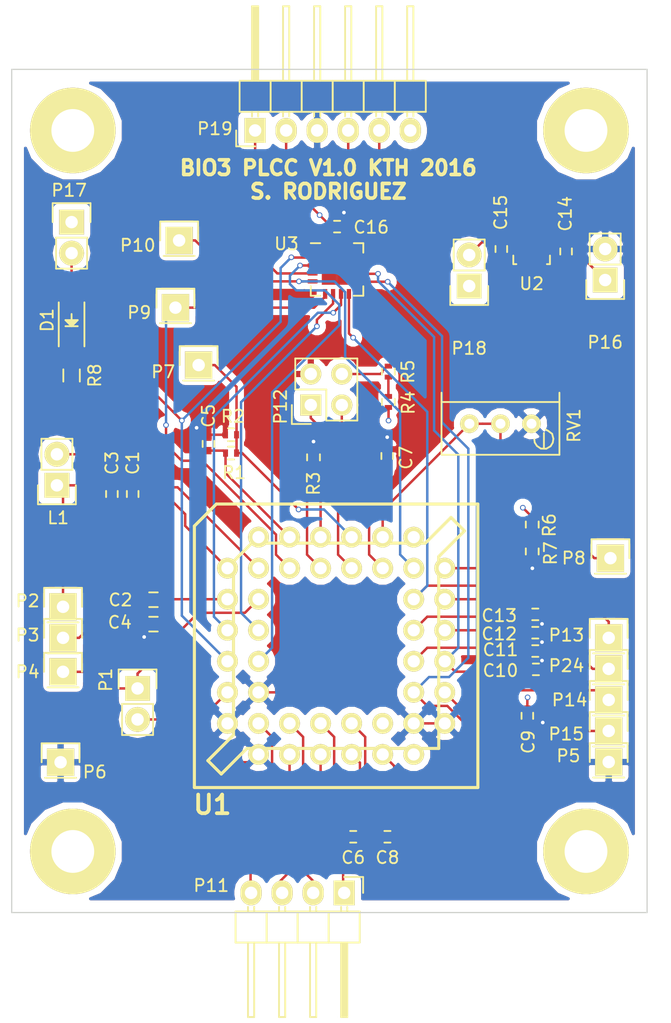
<source format=kicad_pcb>
(kicad_pcb (version 4) (host pcbnew 4.0.4+e1-6308~48~ubuntu16.04.1-stable)
  (layers (0 F.Cu signal) (1 In1.Cu signal) (2 In2.Cu signal) (31 B.Cu signal) (35 F.Paste user) (37 F.SilkS user) (39 F.Mask user) (44 Edge.Cuts user))
  (net 0 "")
  (net 1 /COIL_P)
  (net 2 /COIL_N)
  (net 3 /VD_UNREG)
  (net 4 GND)
  (net 5 /VD_REG)
  (net 6 "Net-(C5-Pad2)")
  (net 7 "Net-(C6-Pad1)")
  (net 8 "Net-(C6-Pad2)")
  (net 9 "Net-(C7-Pad1)")
  (net 10 "Net-(C8-Pad1)")
  (net 11 "Net-(C8-Pad2)")
  (net 12 +1V8)
  (net 13 "Net-(C10-Pad1)")
  (net 14 "Net-(C11-Pad1)")
  (net 15 "Net-(C12-Pad1)")
  (net 16 "Net-(C13-Pad1)")
  (net 17 "Net-(C14-Pad1)")
  (net 18 "Net-(C15-Pad1)")
  (net 19 "Net-(D1-Pad2)")
  (net 20 "Net-(D1-Pad1)")
  (net 21 /DEMOD_IN)
  (net 22 /VCOMP)
  (net 23 /TX_DATA)
  (net 24 /RX_DATA)
  (net 25 "Net-(P11-Pad1)")
  (net 26 "Net-(P11-Pad2)")
  (net 27 "Net-(P11-Pad3)")
  (net 28 "Net-(P11-Pad4)")
  (net 29 "Net-(P12-Pad1)")
  (net 30 "Net-(P12-Pad3)")
  (net 31 "Net-(P12-Pad4)")
  (net 32 /VREF_SE)
  (net 33 /VOUTP)
  (net 34 /VOUTN)
  (net 35 /MCLR)
  (net 36 /PGD)
  (net 37 /PGC)
  (net 38 "Net-(P19-Pad6)")
  (net 39 "Net-(P20-Pad1)")
  (net 40 "Net-(P21-Pad1)")
  (net 41 "Net-(P22-Pad1)")
  (net 42 "Net-(P23-Pad1)")
  (net 43 "Net-(R3-Pad2)")
  (net 44 "Net-(R4-Pad2)")
  (net 45 /RESET_BIO)
  (net 46 "Net-(U1-Pad6)")
  (net 47 /CFG_DAT)
  (net 48 /CFG_CLK)
  (net 49 /CLK_REF)
  (net 50 "Net-(U1-Pad27)")
  (net 51 "Net-(U1-Pad28)")
  (net 52 /VOUT_SE)
  (net 53 "Net-(U1-Pad40)")
  (net 54 "Net-(U3-Pad14)")
  (net 55 "Net-(U3-Pad15)")
  (module Capacitors_SMD:C_0402 (layer F.Cu) (at 127.63 62.87)
    (fp_text reference C16 (at 2.79 0.05) (layer F.SilkS))
    (fp_text value 0.1U)
    (pad 1 smd rect (at -0.55 0) (size 0.6 0.5) (layers F.Cu F.Paste F.Mask) (net 12 +1V8))
    (pad 2 smd rect (at 0.55 0) (size 0.6 0.5) (layers F.Cu F.Paste F.Mask) (net 4 GND))
  )
  (module Capacitors_SMD:C_0402 (layer F.Cu) (at 110.9 84.75 90)
    (fp_text reference C1 (at 2.54 0 90) (layer F.SilkS))
    (fp_text value 120p)
    (pad 1 smd rect (at -0.55 0 90) (size 0.6 0.5) (layers F.Cu F.Paste F.Mask) (net 1 /COIL_P))
    (pad 2 smd rect (at 0.55 0 90) (size 0.6 0.5) (layers F.Cu F.Paste F.Mask) (net 2 /COIL_N))
  )
  (module Capacitors_SMD:C_0603 (layer F.Cu) (at 112.6 93.4 180)
    (fp_text reference C2 (at 2.7 -0.02 180) (layer F.SilkS))
    (fp_text value 20u)
    (pad 1 smd rect (at -0.75 0 180) (size 0.8 0.75) (layers F.Cu F.Paste F.Mask) (net 3 /VD_UNREG))
    (pad 2 smd rect (at 0.75 0 180) (size 0.8 0.75) (layers F.Cu F.Paste F.Mask) (net 4 GND))
  )
  (module Capacitors_SMD:C_0402 (layer F.Cu) (at 109.2 84.75 90)
    (fp_text reference C3 (at 2.54 0 90) (layer F.SilkS))
    (fp_text value 68p)
    (pad 1 smd rect (at -0.55 0 90) (size 0.6 0.5) (layers F.Cu F.Paste F.Mask) (net 1 /COIL_P))
    (pad 2 smd rect (at 0.55 0 90) (size 0.6 0.5) (layers F.Cu F.Paste F.Mask) (net 2 /COIL_N))
  )
  (module Capacitors_SMD:C_0603 (layer F.Cu) (at 112.6 95.4 180)
    (fp_text reference C4 (at 2.754 0.144 180) (layer F.SilkS))
    (fp_text value 20u)
    (pad 1 smd rect (at -0.75 0 180) (size 0.8 0.75) (layers F.Cu F.Paste F.Mask) (net 5 /VD_REG))
    (pad 2 smd rect (at 0.75 0 180) (size 0.8 0.75) (layers F.Cu F.Paste F.Mask) (net 4 GND))
  )
  (module Capacitors_SMD:C_0402 (layer F.Cu) (at 117.1 80.65 270)
    (fp_text reference C5 (at -2.3 0 270) (layer F.SilkS))
    (fp_text value 10p)
    (pad 1 smd rect (at -0.55 0 270) (size 0.6 0.5) (layers F.Cu F.Paste F.Mask) (net 4 GND))
    (pad 2 smd rect (at 0.55 0 270) (size 0.6 0.5) (layers F.Cu F.Paste F.Mask) (net 6 "Net-(C5-Pad2)"))
  )
  (module Capacitors_SMD:C_0402 (layer F.Cu) (at 128.95 112.8 180)
    (fp_text reference C6 (at 0 -1.7 180) (layer F.SilkS))
    (fp_text value 1.5n)
    (pad 1 smd rect (at -0.55 0 180) (size 0.6 0.5) (layers F.Cu F.Paste F.Mask) (net 7 "Net-(C6-Pad1)"))
    (pad 2 smd rect (at 0.55 0 180) (size 0.6 0.5) (layers F.Cu F.Paste F.Mask) (net 8 "Net-(C6-Pad2)"))
  )
  (module Capacitors_SMD:C_0402 (layer F.Cu) (at 131.73 81.64 90)
    (fp_text reference C7 (at -0.14 1.54 90) (layer F.SilkS))
    (fp_text value 50n)
    (pad 1 smd rect (at -0.55 0 90) (size 0.6 0.5) (layers F.Cu F.Paste F.Mask) (net 9 "Net-(C7-Pad1)"))
    (pad 2 smd rect (at 0.55 0 90) (size 0.6 0.5) (layers F.Cu F.Paste F.Mask) (net 4 GND))
  )
  (module Capacitors_SMD:C_0402 (layer F.Cu) (at 131.75 112.8 180)
    (fp_text reference C8 (at 0 -1.7 180) (layer F.SilkS))
    (fp_text value 1.5n)
    (pad 1 smd rect (at -0.55 0 180) (size 0.6 0.5) (layers F.Cu F.Paste F.Mask) (net 10 "Net-(C8-Pad1)"))
    (pad 2 smd rect (at 0.55 0 180) (size 0.6 0.5) (layers F.Cu F.Paste F.Mask) (net 11 "Net-(C8-Pad2)"))
  )
  (module Capacitors_SMD:C_0402 (layer F.Cu) (at 143.2 102.9 270)
    (fp_text reference C9 (at 2.14 -0.07 270) (layer F.SilkS))
    (fp_text value 0.1U)
    (pad 1 smd rect (at -0.55 0 270) (size 0.6 0.5) (layers F.Cu F.Paste F.Mask) (net 12 +1V8))
    (pad 2 smd rect (at 0.55 0 270) (size 0.6 0.5) (layers F.Cu F.Paste F.Mask) (net 4 GND))
  )
  (module Capacitors_SMD:C_0402 (layer F.Cu) (at 143.9 99.1)
    (fp_text reference C10 (at -2.9 0.1) (layer F.SilkS))
    (fp_text value 470p)
    (pad 1 smd rect (at -0.55 0) (size 0.6 0.5) (layers F.Cu F.Paste F.Mask) (net 13 "Net-(C10-Pad1)"))
    (pad 2 smd rect (at 0.55 0) (size 0.6 0.5) (layers F.Cu F.Paste F.Mask) (net 4 GND))
  )
  (module Capacitors_SMD:C_0402 (layer F.Cu) (at 143.85 97.6)
    (fp_text reference C11 (at -2.85 -0.1) (layer F.SilkS))
    (fp_text value 470p)
    (pad 1 smd rect (at -0.55 0) (size 0.6 0.5) (layers F.Cu F.Paste F.Mask) (net 14 "Net-(C11-Pad1)"))
    (pad 2 smd rect (at 0.55 0) (size 0.6 0.5) (layers F.Cu F.Paste F.Mask) (net 4 GND))
  )
  (module Capacitors_SMD:C_0402 (layer F.Cu) (at 143.85 96.1)
    (fp_text reference C12 (at -2.95 0.1) (layer F.SilkS))
    (fp_text value 470p)
    (pad 1 smd rect (at -0.55 0) (size 0.6 0.5) (layers F.Cu F.Paste F.Mask) (net 15 "Net-(C12-Pad1)"))
    (pad 2 smd rect (at 0.55 0) (size 0.6 0.5) (layers F.Cu F.Paste F.Mask) (net 4 GND))
  )
  (module Capacitors_SMD:C_0402 (layer F.Cu) (at 143.85 94.6)
    (fp_text reference C13 (at -2.95 0.1) (layer F.SilkS))
    (fp_text value 470p)
    (pad 1 smd rect (at -0.55 0) (size 0.6 0.5) (layers F.Cu F.Paste F.Mask) (net 16 "Net-(C13-Pad1)"))
    (pad 2 smd rect (at 0.55 0) (size 0.6 0.5) (layers F.Cu F.Paste F.Mask) (net 4 GND))
  )
  (module Capacitors_SMD:C_0402 (layer F.Cu) (at 146.369903 64.901733 90)
    (fp_text reference C14 (at 3.081733 -0.059903 90) (layer F.SilkS))
    (fp_text value 1u)
    (pad 1 smd rect (at -0.55 0 90) (size 0.6 0.5) (layers F.Cu F.Paste F.Mask) (net 17 "Net-(C14-Pad1)"))
    (pad 2 smd rect (at 0.55 0 90) (size 0.6 0.5) (layers F.Cu F.Paste F.Mask) (net 4 GND))
  )
  (module Capacitors_SMD:C_0402 (layer F.Cu) (at 141.069903 64.701733 270)
    (fp_text reference C15 (at -2.991733 0.049903 270) (layer F.SilkS))
    (fp_text value 1u)
    (pad 1 smd rect (at -0.55 0 270) (size 0.6 0.5) (layers F.Cu F.Paste F.Mask) (net 18 "Net-(C15-Pad1)"))
    (pad 2 smd rect (at 0.55 0 270) (size 0.6 0.5) (layers F.Cu F.Paste F.Mask) (net 4 GND))
  )
  (module LEDs:LED_1206 (layer F.Cu) (at 105.9 70.51986 90)
    (fp_text reference D1 (at 0 -2 90) (layer F.SilkS))
    (fp_text value LED)
    (pad 2 smd rect (at 1.41986 0 270) (size 1.59766 1.80086) (layers F.Cu F.Paste F.Mask) (net 19 "Net-(D1-Pad2)"))
    (pad 1 smd rect (at -1.41986 0 270) (size 1.59766 1.80086) (layers F.Cu F.Paste F.Mask) (net 20 "Net-(D1-Pad1)"))
  )
  (module Socket_Strips:Socket_Strip_Straight_1x02 (layer F.Cu) (at 104.7 84.04 90)
    (fp_text reference L1 (at -2.66 0.1 360) (layer F.SilkS))
    (fp_text value 1.3n)
    (pad 1 thru_hole rect (at 0 0 90) (size 2.032 2.032) (drill 1.016) (layers *.Cu *.Mask F.SilkS) (net 1 /COIL_P))
    (pad 2 thru_hole oval (at 2.54 0 90) (size 2.032 2.032) (drill 1.016) (layers *.Cu *.Mask F.SilkS) (net 2 /COIL_N))
  )
  (module Pin_Headers:Pin_Header_Straight_1x02 (layer F.Cu) (at 111.3 100.66)
    (fp_text reference P1 (at -2.6 -0.7 90) (layer F.SilkS))
    (fp_text value CONN_01X02)
    (pad 1 thru_hole rect (at 0 0) (size 2.032 2.032) (drill 1.016) (layers *.Cu *.Mask F.SilkS) (net 5 /VD_REG))
    (pad 2 thru_hole oval (at 0 2.54) (size 2.032 2.032) (drill 1.016) (layers *.Cu *.Mask F.SilkS) (net 12 +1V8))
  )
  (module Pin_Headers:Pin_Header_Straight_1x01 (layer F.Cu) (at 105.2 93.98)
    (fp_text reference P2 (at -2.9 -0.48) (layer F.SilkS))
    (fp_text value CONN_01X01)
    (pad 1 thru_hole rect (at 0 0) (size 2.2352 2.2352) (drill 1.016) (layers *.Cu *.Mask F.SilkS) (net 1 /COIL_P))
  )
  (module Pin_Headers:Pin_Header_Straight_1x01 (layer F.Cu) (at 105.2 96.52)
    (fp_text reference P3 (at -2.9 -0.22) (layer F.SilkS))
    (fp_text value CONN_01X01)
    (pad 1 thru_hole rect (at 0 0) (size 2.2352 2.2352) (drill 1.016) (layers *.Cu *.Mask F.SilkS) (net 3 /VD_UNREG))
  )
  (module Pin_Headers:Pin_Header_Straight_1x01 (layer F.Cu) (at 105.2 99.3)
    (fp_text reference P4 (at -2.9 0) (layer F.SilkS))
    (fp_text value CONN_01X01)
    (pad 1 thru_hole rect (at 0 0) (size 2.2352 2.2352) (drill 1.016) (layers *.Cu *.Mask F.SilkS) (net 5 /VD_REG))
  )
  (module Pin_Headers:Pin_Header_Straight_1x01 (layer F.Cu) (at 149.86 106.68)
    (fp_text reference P5 (at -3.3 -0.5) (layer F.SilkS))
    (fp_text value CONN_01X01)
    (pad 1 thru_hole rect (at 0 0) (size 2.2352 2.2352) (drill 1.016) (layers *.Cu *.Mask F.SilkS) (net 4 GND))
  )
  (module Pin_Headers:Pin_Header_Straight_1x01 (layer F.Cu) (at 105 106.7)
    (fp_text reference P6 (at 2.8 0.8) (layer F.SilkS))
    (fp_text value CONN_01X01)
    (pad 1 thru_hole rect (at 0 0) (size 2.2352 2.2352) (drill 1.016) (layers *.Cu *.Mask F.SilkS) (net 4 GND))
  )
  (module Pin_Headers:Pin_Header_Straight_1x01 (layer F.Cu) (at 116.3 74.2)
    (fp_text reference P7 (at -2.903333 0.555) (layer F.SilkS))
    (fp_text value CONN_01X01)
    (pad 1 thru_hole rect (at 0 0) (size 2.2352 2.2352) (drill 1.016) (layers *.Cu *.Mask F.SilkS) (net 21 /DEMOD_IN))
  )
  (module Pin_Headers:Pin_Header_Straight_1x01 (layer F.Cu) (at 150 90)
    (fp_text reference P8 (at -3 0) (layer F.SilkS))
    (fp_text value CONN_01X01)
    (pad 1 thru_hole rect (at 0 0) (size 2.2352 2.2352) (drill 1.016) (layers *.Cu *.Mask F.SilkS) (net 22 /VCOMP))
  )
  (module Pin_Headers:Pin_Header_Straight_1x01 (layer F.Cu) (at 114.4 69.5)
    (fp_text reference P9 (at -2.963333 0.405) (layer F.SilkS))
    (fp_text value CONN_01X01)
    (pad 1 thru_hole rect (at 0 0) (size 2.2352 2.2352) (drill 1.016) (layers *.Cu *.Mask F.SilkS) (net 23 /TX_DATA))
  )
  (module Pin_Headers:Pin_Header_Straight_1x01 (layer F.Cu) (at 114.7 64)
    (fp_text reference P10 (at -3.383333 0.405) (layer F.SilkS))
    (fp_text value CONN_01X01)
    (pad 1 thru_hole rect (at 0 0) (size 2.2352 2.2352) (drill 1.016) (layers *.Cu *.Mask F.SilkS) (net 24 /RX_DATA))
  )
  (module Pin_Headers:Pin_Header_Angled_1x04 (layer F.Cu) (at 128.21 117.39 270)
    (fp_text reference P11 (at -0.6 10.88 360) (layer F.SilkS))
    (fp_text value CONN_01X04)
    (pad 1 thru_hole rect (at 0 0 270) (size 2.032 1.7272) (drill 1.016) (layers *.Cu *.Mask F.SilkS) (net 25 "Net-(P11-Pad1)"))
    (pad 2 thru_hole oval (at 0 2.54 270) (size 2.032 1.7272) (drill 1.016) (layers *.Cu *.Mask F.SilkS) (net 26 "Net-(P11-Pad2)"))
    (pad 3 thru_hole oval (at 0 5.08 270) (size 2.032 1.7272) (drill 1.016) (layers *.Cu *.Mask F.SilkS) (net 27 "Net-(P11-Pad3)"))
    (pad 4 thru_hole oval (at 0 7.62 270) (size 2.032 1.7272) (drill 1.016) (layers *.Cu *.Mask F.SilkS) (net 28 "Net-(P11-Pad4)"))
  )
  (module Pin_Headers:Pin_Header_Straight_2x02 (layer F.Cu) (at 125.476 77.47 90)
    (fp_text reference P12 (at -0.13 -2.476 90) (layer F.SilkS))
    (fp_text value CONN_02X02)
    (pad 1 thru_hole rect (at 0 0 90) (size 1.7272 1.7272) (drill 1.016) (layers *.Cu *.Mask F.SilkS) (net 29 "Net-(P12-Pad1)"))
    (pad 2 thru_hole oval (at 2.54 0 90) (size 1.7272 1.7272) (drill 1.016) (layers *.Cu *.Mask F.SilkS) (net 4 GND))
    (pad 3 thru_hole oval (at 0 2.54 90) (size 1.7272 1.7272) (drill 1.016) (layers *.Cu *.Mask F.SilkS) (net 30 "Net-(P12-Pad3)"))
    (pad 4 thru_hole oval (at 2.54 2.54 90) (size 1.7272 1.7272) (drill 1.016) (layers *.Cu *.Mask F.SilkS) (net 31 "Net-(P12-Pad4)"))
  )
  (module Pin_Headers:Pin_Header_Straight_1x01 (layer F.Cu) (at 149.86 96.52)
    (fp_text reference P13 (at -3.46 -0.22) (layer F.SilkS))
    (fp_text value CONN_01X01)
    (pad 1 thru_hole rect (at 0 0) (size 2.2352 2.2352) (drill 1.016) (layers *.Cu *.Mask F.SilkS) (net 32 /VREF_SE))
  )
  (module Pin_Headers:Pin_Header_Straight_1x01 (layer F.Cu) (at 149.86 101.6)
    (fp_text reference P14 (at -3.203333 0.005) (layer F.SilkS))
    (fp_text value CONN_01X01)
    (pad 1 thru_hole rect (at 0 0) (size 2.2352 2.2352) (drill 1.016) (layers *.Cu *.Mask F.SilkS) (net 33 /VOUTP))
  )
  (module Pin_Headers:Pin_Header_Straight_1x01 (layer F.Cu) (at 149.86 104.14)
    (fp_text reference P15 (at -3.473333 0.255) (layer F.SilkS))
    (fp_text value CONN_01X01)
    (pad 1 thru_hole rect (at 0 0) (size 2.2352 2.2352) (drill 1.016) (layers *.Cu *.Mask F.SilkS) (net 34 /VOUTN))
  )
  (module Pin_Headers:Pin_Header_Straight_1x02 (layer F.Cu) (at 149.569903 67.241733 180)
    (fp_text reference P16 (at 0 -5.1 180) (layer F.SilkS))
    (fp_text value CONN_01X02)
    (pad 1 thru_hole rect (at 0 0 180) (size 2.032 2.032) (drill 1.016) (layers *.Cu *.Mask F.SilkS) (net 17 "Net-(C14-Pad1)"))
    (pad 2 thru_hole oval (at 0 2.54 180) (size 2.032 2.032) (drill 1.016) (layers *.Cu *.Mask F.SilkS) (net 4 GND))
  )
  (module Pin_Headers:Pin_Header_Straight_1x02 (layer F.Cu) (at 105.9 62.5)
    (fp_text reference P17 (at -0.2 -2.6) (layer F.SilkS))
    (fp_text value CONN_01X02)
    (pad 1 thru_hole rect (at 0 0) (size 2.032 2.032) (drill 1.016) (layers *.Cu *.Mask F.SilkS) (net 12 +1V8))
    (pad 2 thru_hole oval (at 0 2.54) (size 2.032 2.032) (drill 1.016) (layers *.Cu *.Mask F.SilkS) (net 19 "Net-(D1-Pad2)"))
  )
  (module Pin_Headers:Pin_Header_Straight_1x02 (layer F.Cu) (at 138.440756 67.73152 180)
    (fp_text reference P18 (at 0 -5.1 180) (layer F.SilkS))
    (fp_text value CONN_01X02)
    (pad 1 thru_hole rect (at 0 0 180) (size 2.032 2.032) (drill 1.016) (layers *.Cu *.Mask F.SilkS) (net 12 +1V8))
    (pad 2 thru_hole oval (at 0 2.54 180) (size 2.032 2.032) (drill 1.016) (layers *.Cu *.Mask F.SilkS) (net 18 "Net-(C15-Pad1)"))
  )
  (module Pin_Headers:Pin_Header_Angled_1x06 (layer F.Cu) (at 120.92 55 90)
    (fp_text reference P19 (at 0.14 -3.29 180) (layer F.SilkS))
    (fp_text value CONN_01X06)
    (pad 1 thru_hole rect (at 0 0 90) (size 2.032 1.7272) (drill 1.016) (layers *.Cu *.Mask F.SilkS) (net 35 /MCLR))
    (pad 2 thru_hole oval (at 0 2.54 90) (size 2.032 1.7272) (drill 1.016) (layers *.Cu *.Mask F.SilkS) (net 12 +1V8))
    (pad 3 thru_hole oval (at 0 5.08 90) (size 2.032 1.7272) (drill 1.016) (layers *.Cu *.Mask F.SilkS) (net 4 GND))
    (pad 4 thru_hole oval (at 0 7.62 90) (size 2.032 1.7272) (drill 1.016) (layers *.Cu *.Mask F.SilkS) (net 36 /PGD))
    (pad 5 thru_hole oval (at 0 10.16 90) (size 2.032 1.7272) (drill 1.016) (layers *.Cu *.Mask F.SilkS) (net 37 /PGC))
    (pad 6 thru_hole oval (at 0 12.7 90) (size 2.032 1.7272) (drill 1.016) (layers *.Cu *.Mask F.SilkS) (net 38 "Net-(P19-Pad6)"))
  )
  (module Mounting_Holes:MountingHole_3.5mm_Pad (layer F.Cu) (at 106 114)
    (fp_text reference P20 (at -0.31 0.03) (layer F.SilkS))
    (fp_text value CONN_01X01)
    (pad 1 thru_hole circle (at 0 0) (size 7 7) (drill 3.5) (layers *.Cu *.Mask F.SilkS) (net 39 "Net-(P20-Pad1)"))
  )
  (module Mounting_Holes:MountingHole_3.5mm_Pad (layer F.Cu) (at 148 114)
    (fp_text reference P21 (at 0 0) (layer F.SilkS))
    (fp_text value CONN_01X01)
    (pad 1 thru_hole circle (at 0 0) (size 7 7) (drill 3.5) (layers *.Cu *.Mask F.SilkS) (net 40 "Net-(P21-Pad1)"))
  )
  (module Mounting_Holes:MountingHole_3.5mm_Pad (layer F.Cu) (at 106 55)
    (fp_text reference P22 (at 0 0) (layer F.SilkS))
    (fp_text value CONN_01X01)
    (pad 1 thru_hole circle (at 0 0) (size 7 7) (drill 3.5) (layers *.Cu *.Mask F.SilkS) (net 41 "Net-(P22-Pad1)"))
  )
  (module Mounting_Holes:MountingHole_3.5mm_Pad (layer F.Cu) (at 148 55)
    (fp_text reference P23 (at -42 59) (layer F.SilkS))
    (fp_text value CONN_01X01)
    (pad 1 thru_hole circle (at 0 0) (size 7 7) (drill 3.5) (layers *.Cu *.Mask F.SilkS) (net 42 "Net-(P23-Pad1)"))
  )
  (module Resistors_SMD:R_0402 (layer F.Cu) (at 118.95 81.4)
    (fp_text reference R1 (at 0.25 1.6) (layer F.SilkS))
    (fp_text value 100k)
    (pad 1 smd rect (at -0.45 0) (size 0.4 0.6) (layers F.Cu F.Paste F.Mask) (net 6 "Net-(C5-Pad2)"))
    (pad 2 smd rect (at 0.45 0) (size 0.4 0.6) (layers F.Cu F.Paste F.Mask) (net 21 /DEMOD_IN))
  )
  (module Resistors_SMD:R_0402 (layer F.Cu) (at 118.95 79.9 180)
    (fp_text reference R2 (at -0.15 1.5 180) (layer F.SilkS))
    (fp_text value 50k)
    (pad 1 smd rect (at -0.45 0 180) (size 0.4 0.6) (layers F.Cu F.Paste F.Mask) (net 21 /DEMOD_IN))
    (pad 2 smd rect (at 0.45 0 180) (size 0.4 0.6) (layers F.Cu F.Paste F.Mask) (net 4 GND))
  )
  (module Resistors_SMD:R_0402 (layer F.Cu) (at 125.7 81.75 270)
    (fp_text reference R3 (at 2.15 0 270) (layer F.SilkS))
    (fp_text value 1M)
    (pad 1 smd rect (at -0.45 0 270) (size 0.4 0.6) (layers F.Cu F.Paste F.Mask) (net 4 GND))
    (pad 2 smd rect (at 0.45 0 270) (size 0.4 0.6) (layers F.Cu F.Paste F.Mask) (net 43 "Net-(R3-Pad2)"))
  )
  (module Resistors_SMD:R_0402 (layer F.Cu) (at 131.826 77.216 90)
    (fp_text reference R4 (at -0.064 1.634 90) (layer F.SilkS))
    (fp_text value R_Small)
    (pad 1 smd rect (at -0.45 0 90) (size 0.4 0.6) (layers F.Cu F.Paste F.Mask) (net 12 +1V8))
    (pad 2 smd rect (at 0.45 0 90) (size 0.4 0.6) (layers F.Cu F.Paste F.Mask) (net 44 "Net-(R4-Pad2)"))
  )
  (module Resistors_SMD:R_0402 (layer F.Cu) (at 131.826 74.734 90)
    (fp_text reference R5 (at -0.006 1.604 90) (layer F.SilkS))
    (fp_text value R_Small)
    (pad 1 smd rect (at -0.45 0 90) (size 0.4 0.6) (layers F.Cu F.Paste F.Mask) (net 44 "Net-(R4-Pad2)"))
    (pad 2 smd rect (at 0.45 0 90) (size 0.4 0.6) (layers F.Cu F.Paste F.Mask) (net 31 "Net-(P12-Pad4)"))
  )
  (module Resistors_SMD:R_0402 (layer F.Cu) (at 143.6 87.25 270)
    (fp_text reference R6 (at 0.05 -1.4 270) (layer F.SilkS))
    (fp_text value 100k)
    (pad 1 smd rect (at -0.45 0 270) (size 0.4 0.6) (layers F.Cu F.Paste F.Mask) (net 12 +1V8))
    (pad 2 smd rect (at 0.45 0 270) (size 0.4 0.6) (layers F.Cu F.Paste F.Mask) (net 32 /VREF_SE))
  )
  (module Resistors_SMD:R_0402 (layer F.Cu) (at 143.6 89.45 270)
    (fp_text reference R7 (at 0.15 -1.5 270) (layer F.SilkS))
    (fp_text value 100k)
    (pad 1 smd rect (at -0.45 0 270) (size 0.4 0.6) (layers F.Cu F.Paste F.Mask) (net 32 /VREF_SE))
    (pad 2 smd rect (at 0.45 0 270) (size 0.4 0.6) (layers F.Cu F.Paste F.Mask) (net 4 GND))
  )
  (module Resistors_SMD:R_0603 (layer F.Cu) (at 105.9 75.05 270)
    (fp_text reference R8 (at 0 -1.9 270) (layer F.SilkS))
    (fp_text value R)
    (pad 1 smd rect (at -0.75 0 270) (size 0.5 0.9) (layers F.Cu F.Paste F.Mask) (net 20 "Net-(D1-Pad1)"))
    (pad 2 smd rect (at 0.75 0 270) (size 0.5 0.9) (layers F.Cu F.Paste F.Mask) (net 45 /RESET_BIO))
  )
  (module Potentiometers:Potentiometer_Bourns_3296W_3-8Zoll_Inline_ScrewUp (layer F.Cu) (at 143.54 79 90)
    (fp_text reference RV1 (at -0.15 3.48 90) (layer F.SilkS))
    (fp_text value POT)
    (pad 2 thru_hole circle (at 0 -2.54 90) (size 1.524 1.524) (drill 0.8128) (layers *.Cu *.Mask F.SilkS) (net 22 /VCOMP))
    (pad 3 thru_hole circle (at 0 -5.08 90) (size 1.524 1.524) (drill 0.8128) (layers *.Cu *.Mask F.SilkS) (net 22 /VCOMP))
    (pad 1 thru_hole circle (at 0 0 90) (size 1.524 1.524) (drill 0.8128) (layers *.Cu *.Mask F.SilkS) (net 4 GND))
  )
  (module w_pth_plcc:plcc44_pth-skt (layer F.Cu) (at 127.55 97.17 180)
    (fp_text reference U1 (at 10.128 -13.01 180) (layer F.SilkS) (effects (font (thickness 0.3048))))
    (fp_text value BIOS2016_PLCC hide)
    (pad 2 thru_hole circle (at 1.27 8.89 180) (size 1.69926 1.69926) (drill 1.00076) (layers *.Cu *.Mask F.SilkS) (net 29 "Net-(P12-Pad1)"))
    (pad 1 thru_hole circle (at -1.27 6.35 180) (size 1.69926 1.69926) (drill 1.00076) (layers *.Cu *.Mask F.SilkS) (net 30 "Net-(P12-Pad3)"))
    (pad 3 thru_hole circle (at 1.27 6.35 180) (size 1.69926 1.69926) (drill 1.00076) (layers *.Cu *.Mask F.SilkS) (net 43 "Net-(R3-Pad2)"))
    (pad 4 thru_hole circle (at 3.81 8.89 180) (size 1.69926 1.69926) (drill 1.00076) (layers *.Cu *.Mask F.SilkS) (net 6 "Net-(C5-Pad2)"))
    (pad 5 thru_hole circle (at 3.81 6.35 180) (size 1.69926 1.69926) (drill 1.00076) (layers *.Cu *.Mask F.SilkS) (net 23 /TX_DATA))
    (pad 6 thru_hole circle (at 6.35 8.89 180) (size 1.69926 1.69926) (drill 1.00076) (layers *.Cu *.Mask F.SilkS) (net 46 "Net-(U1-Pad6)"))
    (pad 7 thru_hole circle (at 8.89 6.35 180) (size 1.69926 1.69926) (drill 1.00076) (layers *.Cu *.Mask F.SilkS) (net 1 /COIL_P))
    (pad 8 thru_hole circle (at 6.35 6.35 180) (size 1.69926 1.69926) (drill 1.00076) (layers *.Cu *.Mask F.SilkS) (net 2 /COIL_N))
    (pad 9 thru_hole circle (at 8.89 3.81 180) (size 1.69926 1.69926) (drill 1.00076) (layers *.Cu *.Mask F.SilkS) (net 3 /VD_UNREG))
    (pad 10 thru_hole circle (at 6.35 3.81 180) (size 1.69926 1.69926) (drill 1.00076) (layers *.Cu *.Mask F.SilkS) (net 5 /VD_REG))
    (pad 11 thru_hole circle (at 8.89 1.27 180) (size 1.69926 1.69926) (drill 1.00076) (layers *.Cu *.Mask F.SilkS) (net 47 /CFG_DAT))
    (pad 12 thru_hole circle (at 6.35 1.27 180) (size 1.69926 1.69926) (drill 1.00076) (layers *.Cu *.Mask F.SilkS) (net 48 /CFG_CLK))
    (pad 13 thru_hole circle (at 8.89 -1.27 180) (size 1.69926 1.69926) (drill 1.00076) (layers *.Cu *.Mask F.SilkS) (net 45 /RESET_BIO))
    (pad 14 thru_hole circle (at 6.35 -1.27 180) (size 1.69926 1.69926) (drill 1.00076) (layers *.Cu *.Mask F.SilkS) (net 49 /CLK_REF))
    (pad 15 thru_hole circle (at 8.89 -3.81 180) (size 1.69926 1.69926) (drill 1.00076) (layers *.Cu *.Mask F.SilkS) (net 12 +1V8))
    (pad 16 thru_hole circle (at 6.35 -3.81 180) (size 1.69926 1.69926) (drill 1.00076) (layers *.Cu *.Mask F.SilkS) (net 4 GND))
    (pad 17 thru_hole circle (at 8.89 -6.35 180) (size 1.69926 1.69926) (drill 1.00076) (layers *.Cu *.Mask F.SilkS) (net 4 GND))
    (pad 18 thru_hole circle (at 6.35 -8.89 180) (size 1.69926 1.69926) (drill 1.00076) (layers *.Cu *.Mask F.SilkS) (net 4 GND))
    (pad 19 thru_hole circle (at 6.35 -6.35 180) (size 1.69926 1.69926) (drill 1.00076) (layers *.Cu *.Mask F.SilkS) (net 28 "Net-(P11-Pad4)"))
    (pad 20 thru_hole circle (at 3.81 -8.89 180) (size 1.69926 1.69926) (drill 1.00076) (layers *.Cu *.Mask F.SilkS) (net 27 "Net-(P11-Pad3)"))
    (pad 21 thru_hole circle (at 3.81 -6.35 180) (size 1.69926 1.69926) (drill 1.00076) (layers *.Cu *.Mask F.SilkS) (net 26 "Net-(P11-Pad2)"))
    (pad 22 thru_hole circle (at 1.27 -8.89 180) (size 1.69926 1.69926) (drill 1.00076) (layers *.Cu *.Mask F.SilkS) (net 25 "Net-(P11-Pad1)"))
    (pad 23 thru_hole circle (at 1.27 -6.35 180) (size 1.69926 1.69926) (drill 1.00076) (layers *.Cu *.Mask F.SilkS) (net 8 "Net-(C6-Pad2)"))
    (pad 24 thru_hole circle (at -1.27 -8.89 180) (size 1.69926 1.69926) (drill 1.00076) (layers *.Cu *.Mask F.SilkS) (net 7 "Net-(C6-Pad1)"))
    (pad 25 thru_hole circle (at -1.27 -6.35 180) (size 1.69926 1.69926) (drill 1.00076) (layers *.Cu *.Mask F.SilkS) (net 11 "Net-(C8-Pad2)"))
    (pad 26 thru_hole circle (at -3.81 -8.89 180) (size 1.69926 1.69926) (drill 1.00076) (layers *.Cu *.Mask F.SilkS) (net 10 "Net-(C8-Pad1)"))
    (pad 27 thru_hole circle (at -3.81 -6.35 180) (size 1.69926 1.69926) (drill 1.00076) (layers *.Cu *.Mask F.SilkS) (net 50 "Net-(U1-Pad27)"))
    (pad 32 thru_hole circle (at -6.35 -3.81 180) (size 1.69926 1.69926) (drill 1.00076) (layers *.Cu *.Mask F.SilkS) (net 34 /VOUTN))
    (pad 28 thru_hole circle (at -6.35 -8.89 180) (size 1.69926 1.69926) (drill 1.00076) (layers *.Cu *.Mask F.SilkS) (net 51 "Net-(U1-Pad28)"))
    (pad 29 thru_hole circle (at -8.89 -6.35 180) (size 1.69926 1.69926) (drill 1.00076) (layers *.Cu *.Mask F.SilkS) (net 4 GND))
    (pad 30 thru_hole circle (at -6.35 -6.35 180) (size 1.69926 1.69926) (drill 1.00076) (layers *.Cu *.Mask F.SilkS) (net 4 GND))
    (pad 31 thru_hole circle (at -8.89 -3.81 180) (size 1.69926 1.69926) (drill 1.00076) (layers *.Cu *.Mask F.SilkS) (net 12 +1V8))
    (pad 33 thru_hole circle (at -8.89 -1.27 180) (size 1.69926 1.69926) (drill 1.00076) (layers *.Cu *.Mask F.SilkS) (net 33 /VOUTP))
    (pad 34 thru_hole circle (at -6.35 -1.27 180) (size 1.69926 1.69926) (drill 1.00076) (layers *.Cu *.Mask F.SilkS) (net 13 "Net-(C10-Pad1)"))
    (pad 35 thru_hole circle (at -8.89 1.27 180) (size 1.69926 1.69926) (drill 1.00076) (layers *.Cu *.Mask F.SilkS) (net 14 "Net-(C11-Pad1)"))
    (pad 36 thru_hole circle (at -6.35 1.27 180) (size 1.69926 1.69926) (drill 1.00076) (layers *.Cu *.Mask F.SilkS) (net 15 "Net-(C12-Pad1)"))
    (pad 37 thru_hole circle (at -8.89 3.81 180) (size 1.69926 1.69926) (drill 1.00076) (layers *.Cu *.Mask F.SilkS) (net 16 "Net-(C13-Pad1)"))
    (pad 38 thru_hole circle (at -6.35 3.81 180) (size 1.69926 1.69926) (drill 1.00076) (layers *.Cu *.Mask F.SilkS) (net 52 /VOUT_SE))
    (pad 39 thru_hole circle (at -8.89 6.35 180) (size 1.69926 1.69926) (drill 1.00076) (layers *.Cu *.Mask F.SilkS) (net 32 /VREF_SE))
    (pad 40 thru_hole circle (at -6.35 8.89 180) (size 1.69926 1.69926) (drill 1.00076) (layers *.Cu *.Mask F.SilkS) (net 53 "Net-(U1-Pad40)"))
    (pad 41 thru_hole circle (at -6.35 6.35 180) (size 1.69926 1.69926) (drill 1.00076) (layers *.Cu *.Mask F.SilkS) (net 24 /RX_DATA))
    (pad 42 thru_hole circle (at -3.81 8.89 180) (size 1.69926 1.69926) (drill 1.00076) (layers *.Cu *.Mask F.SilkS) (net 22 /VCOMP))
    (pad 43 thru_hole circle (at -3.81 6.35 180) (size 1.69926 1.69926) (drill 1.00076) (layers *.Cu *.Mask F.SilkS) (net 9 "Net-(C7-Pad1)"))
    (pad 44 thru_hole circle (at -1.27 8.89 180) (size 1.69926 1.69926) (drill 1.00076) (layers *.Cu *.Mask F.SilkS) (net 21 /DEMOD_IN))
  )
  (module TO_SOT_Packages_SMD:SOT-23 (layer F.Cu) (at 143.550756 65.28952 180)
    (fp_text reference U2 (at 0 -2.25 180) (layer F.SilkS))
    (fp_text value MCP1702_SOT23)
    (pad 1 smd rect (at -0.95 1.00076 180) (size 0.8001 0.8001) (layers F.Cu F.Paste F.Mask) (net 4 GND))
    (pad 2 smd rect (at 0.95 1.00076 180) (size 0.8001 0.8001) (layers F.Cu F.Paste F.Mask) (net 18 "Net-(C15-Pad1)"))
    (pad 3 smd rect (at 0 -0.99822 180) (size 0.8001 0.8001) (layers F.Cu F.Paste F.Mask) (net 17 "Net-(C14-Pad1)"))
  )
  (module Housings_DFN_QFN:QFN-16-1EP_4x4mm_Pitch0.65mm (layer F.Cu) (at 127.625 66.375)
    (fp_text reference U3 (at -4.14 -2.1) (layer F.SilkS))
    (fp_text value PIC16LF1823_QFN)
    (pad 1 smd rect (at -2 -0.975) (size 0.8 0.35) (layers F.Cu F.Paste F.Mask) (net 45 /RESET_BIO))
    (pad 2 smd rect (at -2 -0.325) (size 0.8 0.35) (layers F.Cu F.Paste F.Mask) (net 49 /CLK_REF))
    (pad 3 smd rect (at -2 0.325) (size 0.8 0.35) (layers F.Cu F.Paste F.Mask) (net 35 /MCLR))
    (pad 4 smd rect (at -2 0.975) (size 0.8 0.35) (layers F.Cu F.Paste F.Mask) (net 24 /RX_DATA))
    (pad 5 smd rect (at -0.975 2 90) (size 0.8 0.35) (layers F.Cu F.Paste F.Mask) (net 23 /TX_DATA))
    (pad 6 smd rect (at -0.325 2 90) (size 0.8 0.35) (layers F.Cu F.Paste F.Mask) (net 48 /CFG_CLK))
    (pad 7 smd rect (at 0.325 2 90) (size 0.8 0.35) (layers F.Cu F.Paste F.Mask) (net 47 /CFG_DAT))
    (pad 8 smd rect (at 0.975 2 90) (size 0.8 0.35) (layers F.Cu F.Paste F.Mask) (net 52 /VOUT_SE))
    (pad 9 smd rect (at 2 0.975) (size 0.8 0.35) (layers F.Cu F.Paste F.Mask) (net 34 /VOUTN))
    (pad 10 smd rect (at 2 0.325) (size 0.8 0.35) (layers F.Cu F.Paste F.Mask) (net 33 /VOUTP))
    (pad 11 smd rect (at 2 -0.325) (size 0.8 0.35) (layers F.Cu F.Paste F.Mask) (net 37 /PGC))
    (pad 12 smd rect (at 2 -0.975) (size 0.8 0.35) (layers F.Cu F.Paste F.Mask) (net 36 /PGD))
    (pad 13 smd rect (at 0.975 -2 90) (size 0.8 0.35) (layers F.Cu F.Paste F.Mask) (net 4 GND))
    (pad 14 smd rect (at 0.325 -2 90) (size 0.8 0.35) (layers F.Cu F.Paste F.Mask) (net 54 "Net-(U3-Pad14)"))
    (pad 15 smd rect (at -0.325 -2 90) (size 0.8 0.35) (layers F.Cu F.Paste F.Mask) (net 55 "Net-(U3-Pad15)"))
    (pad 16 smd rect (at -0.975 -2 90) (size 0.8 0.35) (layers F.Cu F.Paste F.Mask) (net 12 +1V8))
    (pad 17 smd rect (at 0.625 0.625) (size 1.25 1.25) (layers F.Cu F.Paste F.Mask))
    (pad 17 smd rect (at 0.625 -0.625) (size 1.25 1.25) (layers F.Cu F.Paste F.Mask))
    (pad 17 smd rect (at -0.625 0.625) (size 1.25 1.25) (layers F.Cu F.Paste F.Mask))
    (pad 17 smd rect (at -0.625 -0.625) (size 1.25 1.25) (layers F.Cu F.Paste F.Mask))
  )
  (module Pin_Headers:Pin_Header_Straight_1x01 (layer F.Cu) (at 149.86 99.06)
    (fp_text reference P24 (at -3.46 -0.26) (layer F.SilkS))
    (fp_text value CONN_01X01)
    (pad 1 thru_hole rect (at 0 0) (size 2.2352 2.2352) (drill 1.016) (layers *.Cu *.Mask F.SilkS) (net 52 /VOUT_SE))
  )
  (gr_text "BIO3 PLCC V1.0 KTH 2016\nS. RODRIGUEZ" (at 126.91 59.03) (layer F.SilkS) (effects (font (size 1.2 1.2) (thickness 0.3))))
  (gr_line (start 101 50) (end 101 119) (layer Edge.Cuts) (width 0.1))
  (gr_line (start 153 50) (end 101 50) (layer Edge.Cuts) (width 0.1))
  (gr_line (start 153 119) (end 153 50) (layer Edge.Cuts) (width 0.1))
  (gr_line (start 101 119) (end 153 119) (layer Edge.Cuts) (width 0.1))
  (segment (start 105.2 93.98) (end 105.2 84.54) (width 0.2) (layer F.Cu) (net 1))
  (segment (start 105.2 84.54) (end 104.7 84.04) (width 0.2) (layer F.Cu) (net 1))
  (segment (start 115.2 86.4) (end 115.2 87.36) (width 0.2) (layer F.Cu) (net 1))
  (segment (start 115.2 87.36) (end 118.66 90.82) (width 0.2) (layer F.Cu) (net 1))
  (segment (start 114.1 85.3) (end 115.2 86.4) (width 0.2) (layer F.Cu) (net 1))
  (segment (start 110.9 85.3) (end 114.1 85.3) (width 0.2) (layer F.Cu) (net 1))
  (segment (start 109.2 85.3) (end 110.9 85.3) (width 0.2) (layer F.Cu) (net 1))
  (segment (start 104.7 84.04) (end 107.99 84.04) (width 0.2) (layer F.Cu) (net 1))
  (segment (start 107.99 84.04) (end 109.2 85.25) (width 0.2) (layer F.Cu) (net 1))
  (segment (start 109.2 85.25) (end 109.2 85.3) (width 0.2) (layer F.Cu) (net 1))
  (segment (start 121.2 90.82) (end 114.58 84.2) (width 0.2) (layer F.Cu) (net 2))
  (segment (start 114.58 84.2) (end 110.9 84.2) (width 0.2) (layer F.Cu) (net 2))
  (segment (start 109.2 84.2) (end 110.9 84.2) (width 0.2) (layer F.Cu) (net 2))
  (segment (start 107.2 81.5) (end 109.2 83.5) (width 0.2) (layer F.Cu) (net 2))
  (segment (start 109.2 83.5) (end 109.2 84.2) (width 0.2) (layer F.Cu) (net 2))
  (segment (start 104.7 81.5) (end 107.2 81.5) (width 0.2) (layer F.Cu) (net 2))
  (segment (start 110.8376 92.2) (end 112.125 92.2) (width 0.2) (layer F.Cu) (net 3))
  (segment (start 113.325 93.4) (end 113.35 93.4) (width 0.2) (layer F.Cu) (net 3))
  (segment (start 112.125 92.2) (end 113.325 93.4) (width 0.2) (layer F.Cu) (net 3))
  (segment (start 105.2 96.52) (end 106.5176 96.52) (width 0.2) (layer F.Cu) (net 3))
  (segment (start 106.5176 96.52) (end 110.8376 92.2) (width 0.2) (layer F.Cu) (net 3))
  (segment (start 118.66 93.36) (end 113.39 93.36) (width 0.2) (layer F.Cu) (net 3))
  (segment (start 113.39 93.36) (end 113.35 93.4) (width 0.2) (layer F.Cu) (net 3))
  (segment (start 143.6 89.9) (end 143.6 90.82) (width 0.2) (layer F.Cu) (net 4))
  (segment (start 143.6 90.82) (end 143.61 90.83) (width 0.2) (layer F.Cu) (net 4))
  (via (at 143.61 90.83) (size 0.46) (drill 0.3) (layers F.Cu B.Cu) (net 4))
  (segment (start 111.85 95.4) (end 111.85 96.44) (width 0.2) (layer F.Cu) (net 4))
  (segment (start 111.85 96.44) (end 111.84 96.45) (width 0.2) (layer F.Cu) (net 4))
  (via (at 111.84 96.45) (size 0.46) (drill 0.3) (layers F.Cu B.Cu) (net 4))
  (segment (start 131.73 81.09) (end 131.73 80.1) (width 0.2) (layer F.Cu) (net 4))
  (via (at 131.73 80.1) (size 0.46) (drill 0.3) (layers F.Cu B.Cu) (net 4))
  (segment (start 125.7 81.3) (end 125.7 80.46) (width 0.2) (layer F.Cu) (net 4))
  (via (at 125.7 80.46) (size 0.46) (drill 0.3) (layers F.Cu B.Cu) (net 4))
  (segment (start 117.1 80.1) (end 116.9 80.1) (width 0.2) (layer F.Cu) (net 4))
  (segment (start 116.9 80.1) (end 116.13 79.33) (width 0.2) (layer F.Cu) (net 4))
  (via (at 116.13 79.33) (size 0.46) (drill 0.3) (layers F.Cu B.Cu) (net 4))
  (segment (start 144.4 98.38) (end 144.4 99.05) (width 0.2) (layer F.Cu) (net 4))
  (segment (start 144.4 97.6) (end 144.4 98.38) (width 0.2) (layer F.Cu) (net 4))
  (via (at 144.4 98.38) (size 0.46) (drill 0.3) (layers F.Cu B.Cu) (net 4))
  (segment (start 144.4 96.87) (end 144.4 97.6) (width 0.2) (layer F.Cu) (net 4))
  (segment (start 144.4 96.1) (end 144.4 96.87) (width 0.2) (layer F.Cu) (net 4))
  (via (at 144.4 96.87) (size 0.46) (drill 0.3) (layers F.Cu B.Cu) (net 4))
  (segment (start 144.4 95.38) (end 144.4 96.1) (width 0.2) (layer F.Cu) (net 4))
  (segment (start 144.4 94.6) (end 144.4 95.38) (width 0.2) (layer F.Cu) (net 4))
  (via (at 144.4 95.38) (size 0.46) (drill 0.3) (layers F.Cu B.Cu) (net 4))
  (segment (start 144.45 103.44) (end 144.46 103.45) (width 0.2) (layer F.Cu) (net 4))
  (segment (start 144.4 99.05) (end 144.45 99.1) (width 0.2) (layer F.Cu) (net 4))
  (segment (start 143.2 103.45) (end 144.46 103.45) (width 0.2) (layer F.Cu) (net 4))
  (via (at 144.46 103.45) (size 0.46) (drill 0.3) (layers F.Cu B.Cu) (net 4))
  (segment (start 128.18 62.87) (end 128.18 61.73) (width 0.2) (layer F.Cu) (net 4))
  (segment (start 128.18 61.73) (end 128.19 61.72) (width 0.2) (layer F.Cu) (net 4))
  (via (at 128.19 61.72) (size 0.46) (drill 0.3) (layers F.Cu B.Cu) (net 4))
  (segment (start 128.6 64.375) (end 128.6 63.29) (width 0.2) (layer F.Cu) (net 4))
  (segment (start 128.6 63.29) (end 128.18 62.87) (width 0.2) (layer F.Cu) (net 4))
  (segment (start 141.069903 65.251733) (end 144.137833 65.251733) (width 0.2) (layer F.Cu) (net 4))
  (segment (start 144.137833 65.251733) (end 144.500756 64.88881) (width 0.2) (layer F.Cu) (net 4))
  (segment (start 144.500756 64.88881) (end 144.500756 64.28876) (width 0.2) (layer F.Cu) (net 4))
  (segment (start 146.369903 64.351733) (end 144.563729 64.351733) (width 0.2) (layer F.Cu) (net 4))
  (segment (start 144.563729 64.351733) (end 144.500756 64.28876) (width 0.2) (layer F.Cu) (net 4))
  (segment (start 149.569903 64.701733) (end 146.719903 64.701733) (width 0.2) (layer F.Cu) (net 4))
  (segment (start 146.719903 64.701733) (end 146.369903 64.351733) (width 0.2) (layer F.Cu) (net 4))
  (segment (start 148.5424 106.68) (end 149.86 106.68) (width 0.2) (layer F.Cu) (net 4))
  (segment (start 139.6 106.68) (end 148.5424 106.68) (width 0.2) (layer F.Cu) (net 4))
  (segment (start 136.44 103.52) (end 139.6 106.68) (width 0.2) (layer F.Cu) (net 4))
  (segment (start 133.9 103.52) (end 135.101558 103.52) (width 0.2) (layer F.Cu) (net 4))
  (segment (start 135.101558 103.52) (end 136.44 103.52) (width 0.2) (layer F.Cu) (net 4))
  (segment (start 121.2 100.98) (end 131.36 100.98) (width 0.2) (layer F.Cu) (net 4))
  (segment (start 131.36 100.98) (end 133.9 103.52) (width 0.2) (layer F.Cu) (net 4))
  (segment (start 105 106.7) (end 120.56 106.7) (width 0.2) (layer F.Cu) (net 4))
  (segment (start 120.56 106.7) (end 121.2 106.06) (width 0.2) (layer F.Cu) (net 4))
  (segment (start 118.66 103.52) (end 119.509629 104.369629) (width 0.2) (layer F.Cu) (net 4))
  (segment (start 119.509629 104.369629) (end 121.2 106.06) (width 0.2) (layer F.Cu) (net 4))
  (segment (start 121.2 100.98) (end 120.350371 101.829629) (width 0.2) (layer F.Cu) (net 4))
  (segment (start 120.350371 101.829629) (end 118.66 103.52) (width 0.2) (layer F.Cu) (net 4))
  (segment (start 111.85 95.4) (end 111.85 94.825) (width 0.2) (layer F.Cu) (net 4))
  (segment (start 111.85 94.825) (end 111.85 93.4) (width 0.2) (layer F.Cu) (net 4))
  (segment (start 118.5 79.9) (end 117.3 79.9) (width 0.2) (layer F.Cu) (net 4))
  (segment (start 117.3 79.9) (end 117.1 80.1) (width 0.2) (layer F.Cu) (net 4))
  (segment (start 111.3 99.444) (end 114.6 96.144) (width 0.2) (layer F.Cu) (net 5))
  (segment (start 114.6 96.144) (end 116.274369 94.469631) (width 0.2) (layer F.Cu) (net 5))
  (segment (start 113.95 95.4) (end 114.6 96.05) (width 0.2) (layer F.Cu) (net 5))
  (segment (start 113.35 95.4) (end 113.95 95.4) (width 0.2) (layer F.Cu) (net 5))
  (segment (start 114.6 96.05) (end 114.6 96.144) (width 0.2) (layer F.Cu) (net 5))
  (segment (start 111.3 100.66) (end 111.3 99.444) (width 0.2) (layer F.Cu) (net 5))
  (segment (start 116.274369 94.469631) (end 120.090369 94.469631) (width 0.2) (layer F.Cu) (net 5))
  (segment (start 120.090369 94.469631) (end 120.350371 94.209629) (width 0.2) (layer F.Cu) (net 5))
  (segment (start 120.350371 94.209629) (end 121.2 93.36) (width 0.2) (layer F.Cu) (net 5))
  (segment (start 108.46 100.66) (end 107.1 99.3) (width 0.2) (layer F.Cu) (net 5))
  (segment (start 107.1 99.3) (end 105.2 99.3) (width 0.2) (layer F.Cu) (net 5))
  (segment (start 111.3 100.66) (end 108.46 100.66) (width 0.2) (layer F.Cu) (net 5))
  (segment (start 118.5 81.4) (end 118.5 83.04) (width 0.2) (layer F.Cu) (net 6))
  (segment (start 118.5 83.04) (end 123.74 88.28) (width 0.2) (layer F.Cu) (net 6))
  (segment (start 117.1 81.2) (end 118.3 81.2) (width 0.2) (layer F.Cu) (net 6))
  (segment (start 118.3 81.2) (end 118.5 81.4) (width 0.2) (layer F.Cu) (net 6))
  (segment (start 129.5 112.8) (end 129.5 106.74) (width 0.2) (layer F.Cu) (net 7))
  (segment (start 129.5 106.74) (end 128.82 106.06) (width 0.2) (layer F.Cu) (net 7))
  (segment (start 128.4 112.8) (end 128.4 112.35) (width 0.2) (layer F.Cu) (net 8))
  (segment (start 128.4 112.35) (end 127.389631 111.339631) (width 0.2) (layer F.Cu) (net 8))
  (segment (start 127.389631 111.339631) (end 127.389631 104.629631) (width 0.2) (layer F.Cu) (net 8))
  (segment (start 127.389631 104.629631) (end 127.129629 104.369629) (width 0.2) (layer F.Cu) (net 8))
  (segment (start 127.129629 104.369629) (end 126.28 103.52) (width 0.2) (layer F.Cu) (net 8))
  (segment (start 130.250369 84.390369) (end 131.73 82.910738) (width 0.2) (layer F.Cu) (net 9))
  (segment (start 131.73 82.910738) (end 131.73 82.19) (width 0.2) (layer F.Cu) (net 9))
  (segment (start 131.36 90.82) (end 130.250369 89.710369) (width 0.2) (layer F.Cu) (net 9))
  (segment (start 130.250369 89.710369) (end 130.250369 84.390369) (width 0.2) (layer F.Cu) (net 9))
  (segment (start 132.3 112.8) (end 132.3 107) (width 0.2) (layer F.Cu) (net 10))
  (segment (start 132.3 107) (end 131.36 106.06) (width 0.2) (layer F.Cu) (net 10))
  (segment (start 131.2 112.8) (end 131.2 112.35) (width 0.2) (layer F.Cu) (net 11))
  (segment (start 131.2 112.35) (end 129.929631 111.079631) (width 0.2) (layer F.Cu) (net 11))
  (segment (start 129.669629 104.369629) (end 128.82 103.52) (width 0.2) (layer F.Cu) (net 11))
  (segment (start 129.929631 111.079631) (end 129.929631 104.629631) (width 0.2) (layer F.Cu) (net 11))
  (segment (start 129.929631 104.629631) (end 129.669629 104.369629) (width 0.2) (layer F.Cu) (net 11))
  (segment (start 143.2 102.35) (end 143.2 101.41) (width 0.2) (layer F.Cu) (net 12))
  (via (at 143.22 101.39) (size 0.46) (drill 0.3) (layers F.Cu B.Cu) (net 12))
  (segment (start 143.2 101.41) (end 143.22 101.39) (width 0.2) (layer F.Cu) (net 12))
  (segment (start 126.2 61.927484) (end 123.466258 59.193742) (width 0.2) (layer F.Cu) (net 12))
  (segment (start 127.08 62.807484) (end 126.2 61.927484) (width 0.2) (layer F.Cu) (net 12))
  (via (at 126.2 61.927484) (size 0.46) (drill 0.3) (layers F.Cu B.Cu) (net 12))
  (segment (start 131.84 78.74) (end 131.84 77.68) (width 0.2) (layer F.Cu) (net 12))
  (segment (start 131.84 77.68) (end 131.826 77.666) (width 0.2) (layer F.Cu) (net 12))
  (via (at 131.84 78.74) (size 0.46) (drill 0.3) (layers F.Cu B.Cu) (net 12))
  (segment (start 143.6 86.8) (end 143.6 86.64) (width 0.2) (layer F.Cu) (net 12))
  (segment (start 143.6 86.64) (end 142.83 85.87) (width 0.2) (layer F.Cu) (net 12))
  (via (at 142.83 85.87) (size 0.46) (drill 0.3) (layers F.Cu B.Cu) (net 12))
  (segment (start 127.08 62.87) (end 127.08 62.807484) (width 0.2) (layer F.Cu) (net 12))
  (segment (start 123.46 59.2) (end 123.46 55) (width 0.2) (layer F.Cu) (net 12))
  (segment (start 123.466258 59.193742) (end 123.46 59.2) (width 0.2) (layer F.Cu) (net 12))
  (segment (start 126.65 64.375) (end 126.65 63.3) (width 0.2) (layer F.Cu) (net 12))
  (segment (start 126.65 63.3) (end 127.08 62.87) (width 0.2) (layer F.Cu) (net 12))
  (segment (start 143.2 102.35) (end 137.81 102.35) (width 0.2) (layer F.Cu) (net 12))
  (segment (start 137.81 102.35) (end 136.44 100.98) (width 0.2) (layer F.Cu) (net 12))
  (segment (start 111.3 103.2) (end 116.44 103.2) (width 0.2) (layer F.Cu) (net 12))
  (segment (start 116.44 103.2) (end 118.66 100.98) (width 0.2) (layer F.Cu) (net 12))
  (segment (start 143.35 99.1) (end 142.85 99.1) (width 0.2) (layer F.Cu) (net 13))
  (segment (start 142.85 99.1) (end 141.080369 97.330369) (width 0.2) (layer F.Cu) (net 13))
  (segment (start 141.080369 97.330369) (end 135.009631 97.330369) (width 0.2) (layer F.Cu) (net 13))
  (segment (start 135.009631 97.330369) (end 134.749629 97.590371) (width 0.2) (layer F.Cu) (net 13))
  (segment (start 134.749629 97.590371) (end 133.9 98.44) (width 0.2) (layer F.Cu) (net 13))
  (segment (start 143.3 97.6) (end 142.8 97.6) (width 0.2) (layer F.Cu) (net 14))
  (segment (start 142.8 97.6) (end 141.1 95.9) (width 0.2) (layer F.Cu) (net 14))
  (segment (start 137.641558 95.9) (end 136.44 95.9) (width 0.2) (layer F.Cu) (net 14))
  (segment (start 141.1 95.9) (end 137.641558 95.9) (width 0.2) (layer F.Cu) (net 14))
  (segment (start 143.3 96.1) (end 142.8 96.1) (width 0.2) (layer F.Cu) (net 15))
  (segment (start 142.8 96.1) (end 141.490369 94.790369) (width 0.2) (layer F.Cu) (net 15))
  (segment (start 141.490369 94.790369) (end 135.009631 94.790369) (width 0.2) (layer F.Cu) (net 15))
  (segment (start 135.009631 94.790369) (end 134.749629 95.050371) (width 0.2) (layer F.Cu) (net 15))
  (segment (start 134.749629 95.050371) (end 133.9 95.9) (width 0.2) (layer F.Cu) (net 15))
  (segment (start 143.3 94.6) (end 142.8 94.6) (width 0.2) (layer F.Cu) (net 16))
  (segment (start 142.8 94.6) (end 141.56 93.36) (width 0.2) (layer F.Cu) (net 16))
  (segment (start 141.56 93.36) (end 137.641558 93.36) (width 0.2) (layer F.Cu) (net 16))
  (segment (start 137.641558 93.36) (end 136.44 93.36) (width 0.2) (layer F.Cu) (net 16))
  (segment (start 146.369903 65.451733) (end 147.779903 65.451733) (width 0.2) (layer F.Cu) (net 17))
  (segment (start 147.779903 65.451733) (end 149.569903 67.241733) (width 0.2) (layer F.Cu) (net 17))
  (segment (start 143.550756 66.28774) (end 145.583896 66.28774) (width 0.2) (layer F.Cu) (net 17))
  (segment (start 145.583896 66.28774) (end 146.369903 65.501733) (width 0.2) (layer F.Cu) (net 17))
  (segment (start 146.369903 65.501733) (end 146.369903 65.451733) (width 0.2) (layer F.Cu) (net 17))
  (segment (start 141.069903 64.151733) (end 142.463729 64.151733) (width 0.2) (layer F.Cu) (net 18))
  (segment (start 142.463729 64.151733) (end 142.600756 64.28876) (width 0.2) (layer F.Cu) (net 18))
  (segment (start 141.069903 64.151733) (end 139.480543 64.151733) (width 0.2) (layer F.Cu) (net 18))
  (segment (start 139.480543 64.151733) (end 138.440756 65.19152) (width 0.2) (layer F.Cu) (net 18))
  (segment (start 105.9 69.1) (end 105.9 65.04) (width 0.2) (layer F.Cu) (net 19))
  (segment (start 105.9 74.3) (end 105.9 73.85) (width 0.2) (layer F.Cu) (net 20))
  (segment (start 105.9 73.85) (end 105.9 71.93972) (width 0.2) (layer F.Cu) (net 20))
  (segment (start 128.82 88.28) (end 126.556409 86.016409) (width 0.2) (layer B.Cu) (net 21))
  (segment (start 124.24689 85.78641) (end 124.476889 86.016409) (width 0.2) (layer F.Cu) (net 21))
  (segment (start 126.556409 86.016409) (end 124.802158 86.016409) (width 0.2) (layer B.Cu) (net 21))
  (segment (start 119.86048 81.4) (end 124.24689 85.78641) (width 0.2) (layer F.Cu) (net 21))
  (segment (start 124.802158 86.016409) (end 124.476889 86.016409) (width 0.2) (layer B.Cu) (net 21))
  (segment (start 119.4 81.4) (end 119.86048 81.4) (width 0.2) (layer F.Cu) (net 21))
  (via (at 124.476889 86.016409) (size 0.46) (drill 0.3) (layers F.Cu B.Cu) (net 21))
  (segment (start 119.4 79.9) (end 119.4 75.9824) (width 0.2) (layer F.Cu) (net 21))
  (segment (start 119.4 75.9824) (end 117.6176 74.2) (width 0.2) (layer F.Cu) (net 21))
  (segment (start 117.6176 74.2) (end 116.3 74.2) (width 0.2) (layer F.Cu) (net 21))
  (segment (start 119.4 81.4) (end 119.4 79.9) (width 0.2) (layer F.Cu) (net 21))
  (segment (start 141 79) (end 141 82.3176) (width 0.2) (layer F.Cu) (net 22))
  (segment (start 141 82.3176) (end 148.6824 90) (width 0.2) (layer F.Cu) (net 22))
  (segment (start 148.6824 90) (end 150 90) (width 0.2) (layer F.Cu) (net 22))
  (segment (start 138.46 79) (end 139.53763 79) (width 0.2) (layer F.Cu) (net 22))
  (segment (start 139.53763 79) (end 141 79) (width 0.2) (layer F.Cu) (net 22))
  (segment (start 131.36 88.28) (end 131.36 86.1) (width 0.2) (layer F.Cu) (net 22))
  (segment (start 131.36 86.1) (end 138.46 79) (width 0.2) (layer F.Cu) (net 22))
  (segment (start 113.63 79.11) (end 113.63 70.27) (width 0.2) (layer B.Cu) (net 23))
  (segment (start 113.63 70.27) (end 114.4 69.5) (width 0.2) (layer B.Cu) (net 23))
  (segment (start 114.917744 82.027744) (end 113.63 80.74) (width 0.2) (layer F.Cu) (net 23))
  (segment (start 113.63 80.74) (end 113.63 79.11) (width 0.2) (layer F.Cu) (net 23))
  (via (at 113.63 79.11) (size 0.46) (drill 0.3) (layers F.Cu B.Cu) (net 23))
  (segment (start 118.492255 83.93) (end 116.589999 82.027744) (width 0.2) (layer F.Cu) (net 23))
  (segment (start 116.589999 82.027744) (end 114.917744 82.027744) (width 0.2) (layer F.Cu) (net 23))
  (segment (start 123.74 90.82) (end 122.630369 89.710369) (width 0.2) (layer F.Cu) (net 23))
  (segment (start 122.630369 89.710369) (end 122.630369 88.068114) (width 0.2) (layer F.Cu) (net 23))
  (segment (start 122.630369 88.068114) (end 118.492255 83.93) (width 0.2) (layer F.Cu) (net 23))
  (segment (start 114.4 69.5) (end 125.75 69.5) (width 0.2) (layer F.Cu) (net 23))
  (segment (start 125.75 69.5) (end 126.65 68.6) (width 0.2) (layer F.Cu) (net 23))
  (segment (start 126.65 68.6) (end 126.65 68.375) (width 0.2) (layer F.Cu) (net 23))
  (segment (start 125.625 67.35) (end 124.83 67.35) (width 0.2) (layer F.Cu) (net 24))
  (segment (start 124.829992 67.349992) (end 124.83 67.35) (width 0.2) (layer F.Cu) (net 24))
  (segment (start 124.83 67.35) (end 119.3676 67.35) (width 0.2) (layer F.Cu) (net 24))
  (segment (start 124.509095 67.349992) (end 124.829992 67.349992) (width 0.2) (layer F.Cu) (net 24))
  (segment (start 119.3676 67.35) (end 116.0176 64) (width 0.2) (layer F.Cu) (net 24))
  (segment (start 116.0176 64) (end 114.7 64) (width 0.2) (layer F.Cu) (net 24))
  (segment (start 127.409992 67.349992) (end 124.834364 67.349992) (width 0.2) (layer B.Cu) (net 24))
  (segment (start 124.834364 67.349992) (end 124.509095 67.349992) (width 0.2) (layer B.Cu) (net 24))
  (segment (start 128.29 73.54107) (end 128.29 68.23) (width 0.2) (layer B.Cu) (net 24))
  (segment (start 128.29 68.23) (end 127.409992 67.349992) (width 0.2) (layer B.Cu) (net 24))
  (segment (start 132.790369 78.041439) (end 128.29 73.54107) (width 0.2) (layer B.Cu) (net 24))
  (via (at 124.509095 67.349992) (size 0.46) (drill 0.3) (layers F.Cu B.Cu) (net 24))
  (segment (start 132.790369 89.710369) (end 132.790369 78.041439) (width 0.2) (layer B.Cu) (net 24))
  (segment (start 133.9 90.82) (end 132.790369 89.710369) (width 0.2) (layer B.Cu) (net 24))
  (segment (start 126.28 106.06) (end 126.28 113.403735) (width 0.2) (layer F.Cu) (net 25))
  (segment (start 126.28 113.403735) (end 128.123112 115.246847) (width 0.2) (layer F.Cu) (net 25))
  (segment (start 128.123112 115.246847) (end 128.123112 117.546625) (width 0.2) (layer F.Cu) (net 25))
  (segment (start 125.608721 117.546625) (end 125.608721 116.353309) (width 0.2) (layer F.Cu) (net 26))
  (segment (start 125.608721 116.353309) (end 124.849631 115.594219) (width 0.2) (layer F.Cu) (net 26))
  (segment (start 124.849631 115.594219) (end 124.849631 104.629631) (width 0.2) (layer F.Cu) (net 26))
  (segment (start 124.589629 104.369629) (end 123.74 103.52) (width 0.2) (layer F.Cu) (net 26))
  (segment (start 124.849631 104.629631) (end 124.589629 104.369629) (width 0.2) (layer F.Cu) (net 26))
  (segment (start 123.74 106.06) (end 123.74 115.66) (width 0.2) (layer F.Cu) (net 27))
  (segment (start 123.74 115.66) (end 123.016 116.384) (width 0.2) (layer F.Cu) (net 27))
  (segment (start 123.016 116.384) (end 123.016 117.468295) (width 0.2) (layer F.Cu) (net 27))
  (segment (start 123.016 117.468295) (end 123.0629 117.515195) (width 0.2) (layer F.Cu) (net 27))
  (segment (start 120.548509 117.640914) (end 120.548509 115.095491) (width 0.2) (layer F.Cu) (net 28))
  (segment (start 120.548509 115.095491) (end 122.309631 113.334369) (width 0.2) (layer F.Cu) (net 28))
  (segment (start 122.309631 113.334369) (end 122.309631 104.629631) (width 0.2) (layer F.Cu) (net 28))
  (segment (start 122.049629 104.369629) (end 121.2 103.52) (width 0.2) (layer F.Cu) (net 28))
  (segment (start 122.309631 104.629631) (end 122.049629 104.369629) (width 0.2) (layer F.Cu) (net 28))
  (segment (start 126.97 83.04) (end 126.97 80.0276) (width 0.2) (layer F.Cu) (net 29))
  (segment (start 126.97 80.0276) (end 125.476 78.5336) (width 0.2) (layer F.Cu) (net 29))
  (segment (start 125.476 78.5336) (end 125.476 77.47) (width 0.2) (layer F.Cu) (net 29))
  (segment (start 126.28 83.73) (end 126.97 83.04) (width 0.2) (layer F.Cu) (net 29))
  (segment (start 126.28 88.28) (end 126.28 83.73) (width 0.2) (layer F.Cu) (net 29))
  (segment (start 127.710369 81.700369) (end 128.016 81.394738) (width 0.2) (layer F.Cu) (net 30))
  (segment (start 128.016 81.394738) (end 128.016 77.47) (width 0.2) (layer F.Cu) (net 30))
  (segment (start 128.82 90.82) (end 127.710369 89.710369) (width 0.2) (layer F.Cu) (net 30))
  (segment (start 127.710369 89.710369) (end 127.710369 81.700369) (width 0.2) (layer F.Cu) (net 30))
  (segment (start 128.016 74.93) (end 131.18 74.93) (width 0.2) (layer F.Cu) (net 31))
  (segment (start 131.18 74.93) (end 131.326 74.784) (width 0.2) (layer F.Cu) (net 31))
  (segment (start 131.326 74.784) (end 131.326 74.684) (width 0.2) (layer F.Cu) (net 31))
  (segment (start 131.326 74.684) (end 131.726 74.284) (width 0.2) (layer F.Cu) (net 31))
  (segment (start 131.726 74.284) (end 131.826 74.284) (width 0.2) (layer F.Cu) (net 31))
  (segment (start 145.79 91.1324) (end 145.79 91.09) (width 0.2) (layer F.Cu) (net 32))
  (segment (start 145.79 91.09) (end 143.7 89) (width 0.2) (layer F.Cu) (net 32))
  (segment (start 143.7 89) (end 143.6 89) (width 0.2) (layer F.Cu) (net 32))
  (segment (start 149.86 96.52) (end 149.86 95.2024) (width 0.2) (layer F.Cu) (net 32))
  (segment (start 149.86 95.2024) (end 145.79 91.1324) (width 0.2) (layer F.Cu) (net 32))
  (segment (start 136.44 90.82) (end 141.78 90.82) (width 0.2) (layer F.Cu) (net 32))
  (segment (start 141.78 90.82) (end 143.1 89.5) (width 0.2) (layer F.Cu) (net 32))
  (segment (start 143.1 89.5) (end 143.1 89.4) (width 0.2) (layer F.Cu) (net 32))
  (segment (start 143.1 89.4) (end 143.5 89) (width 0.2) (layer F.Cu) (net 32))
  (segment (start 143.5 89) (end 143.6 89) (width 0.2) (layer F.Cu) (net 32))
  (segment (start 143.6 89) (end 143.6 87.7) (width 0.2) (layer F.Cu) (net 32))
  (segment (start 136.44 98.44) (end 137.289629 99.289629) (width 0.2) (layer F.Cu) (net 33))
  (segment (start 137.289629 99.289629) (end 138.749629 99.289629) (width 0.2) (layer F.Cu) (net 33))
  (segment (start 138.749629 99.289629) (end 140.27111 100.81111) (width 0.2) (layer F.Cu) (net 33))
  (segment (start 140.27111 100.81111) (end 149.07111 100.81111) (width 0.2) (layer F.Cu) (net 33))
  (segment (start 149.07111 100.81111) (end 149.86 101.6) (width 0.2) (layer F.Cu) (net 33))
  (segment (start 130.98 67.055269) (end 130.98 66.73) (width 0.2) (layer B.Cu) (net 33))
  (segment (start 135.57 71.905204) (end 130.98 67.315204) (width 0.2) (layer B.Cu) (net 33))
  (segment (start 137.549631 81.529631) (end 135.57 79.55) (width 0.2) (layer B.Cu) (net 33))
  (segment (start 137.549631 97.330369) (end 137.549631 81.529631) (width 0.2) (layer B.Cu) (net 33))
  (segment (start 130.98 67.315204) (end 130.98 67.055269) (width 0.2) (layer B.Cu) (net 33))
  (segment (start 136.44 98.44) (end 137.549631 97.330369) (width 0.2) (layer B.Cu) (net 33))
  (segment (start 135.57 79.55) (end 135.57 71.905204) (width 0.2) (layer B.Cu) (net 33))
  (segment (start 130.98 66.73) (end 129.655 66.73) (width 0.2) (layer F.Cu) (net 33))
  (segment (start 129.655 66.73) (end 129.625 66.7) (width 0.2) (layer F.Cu) (net 33))
  (via (at 130.98 66.73) (size 0.46) (drill 0.3) (layers F.Cu B.Cu) (net 33))
  (segment (start 131.77 67.38) (end 129.655 67.38) (width 0.2) (layer F.Cu) (net 34))
  (segment (start 129.655 67.38) (end 129.625 67.35) (width 0.2) (layer F.Cu) (net 34))
  (via (at 131.77 67.38) (size 0.46) (drill 0.3) (layers F.Cu B.Cu) (net 34))
  (segment (start 136.22 78.89) (end 136.22 71.83) (width 0.2) (layer B.Cu) (net 34))
  (segment (start 136.22 71.83) (end 131.77 67.38) (width 0.2) (layer B.Cu) (net 34))
  (segment (start 138.37 81.04) (end 136.22 78.89) (width 0.2) (layer B.Cu) (net 34))
  (segment (start 138.37 98.152255) (end 138.37 81.04) (width 0.2) (layer B.Cu) (net 34))
  (segment (start 135.15 99.73) (end 136.792255 99.73) (width 0.2) (layer B.Cu) (net 34))
  (segment (start 136.792255 99.73) (end 138.37 98.152255) (width 0.2) (layer B.Cu) (net 34))
  (segment (start 133.9 100.98) (end 135.15 99.73) (width 0.2) (layer B.Cu) (net 34))
  (segment (start 134.749629 101.829629) (end 133.9 100.98) (width 0.2) (layer F.Cu) (net 34))
  (segment (start 149.86 104.14) (end 138.702255 104.14) (width 0.2) (layer F.Cu) (net 34))
  (segment (start 138.702255 104.14) (end 136.651886 102.089631) (width 0.2) (layer F.Cu) (net 34))
  (segment (start 136.651886 102.089631) (end 135.009631 102.089631) (width 0.2) (layer F.Cu) (net 34))
  (segment (start 135.009631 102.089631) (end 134.749629 101.829629) (width 0.2) (layer F.Cu) (net 34))
  (segment (start 125.025 66.7) (end 125.625 66.7) (width 0.2) (layer F.Cu) (net 35))
  (segment (start 120.92 55) (end 120.92 64.885204) (width 0.2) (layer F.Cu) (net 35))
  (segment (start 120.92 64.885204) (end 122.734796 66.7) (width 0.2) (layer F.Cu) (net 35))
  (segment (start 122.734796 66.7) (end 125.025 66.7) (width 0.2) (layer F.Cu) (net 35))
  (segment (start 129.625 57.705) (end 128.54 56.62) (width 0.2) (layer F.Cu) (net 36))
  (segment (start 128.54 56.62) (end 128.54 55) (width 0.2) (layer F.Cu) (net 36))
  (segment (start 129.625 65.4) (end 129.625 57.705) (width 0.2) (layer F.Cu) (net 36))
  (segment (start 131.08 55) (end 131.08 65.195) (width 0.2) (layer F.Cu) (net 37))
  (segment (start 131.08 65.195) (end 130.225 66.05) (width 0.2) (layer F.Cu) (net 37))
  (segment (start 130.225 66.05) (end 129.625 66.05) (width 0.2) (layer F.Cu) (net 37))
  (segment (start 125.7 82.2) (end 125.7 82.6) (width 0.2) (layer F.Cu) (net 43))
  (segment (start 125.7 82.6) (end 125.170369 83.129631) (width 0.2) (layer F.Cu) (net 43))
  (segment (start 125.170369 83.129631) (end 125.170369 89.710369) (width 0.2) (layer F.Cu) (net 43))
  (segment (start 125.430371 89.970371) (end 126.28 90.82) (width 0.2) (layer F.Cu) (net 43))
  (segment (start 125.170369 89.710369) (end 125.430371 89.970371) (width 0.2) (layer F.Cu) (net 43))
  (segment (start 131.826 76.766) (end 131.826 75.184) (width 0.2) (layer F.Cu) (net 44))
  (segment (start 114.922399 78.737601) (end 123.01006 70.64994) (width 0.2) (layer B.Cu) (net 45))
  (segment (start 123.01006 70.64994) (end 123.01006 66.251663) (width 0.2) (layer B.Cu) (net 45))
  (segment (start 123.01006 66.251663) (end 123.652352 65.609371) (width 0.2) (layer B.Cu) (net 45))
  (segment (start 123.652352 65.609371) (end 123.882351 65.379372) (width 0.2) (layer B.Cu) (net 45))
  (segment (start 123.902979 65.4) (end 123.882351 65.379372) (width 0.2) (layer F.Cu) (net 45))
  (segment (start 125.625 65.4) (end 123.902979 65.4) (width 0.2) (layer F.Cu) (net 45))
  (via (at 123.882351 65.379372) (size 0.46) (drill 0.3) (layers F.Cu B.Cu) (net 45))
  (segment (start 105.9 75.8) (end 111.984798 75.8) (width 0.2) (layer F.Cu) (net 45))
  (segment (start 111.984798 75.8) (end 114.922399 78.737601) (width 0.2) (layer F.Cu) (net 45))
  (via (at 114.922399 78.737601) (size 0.46) (drill 0.3) (layers F.Cu B.Cu) (net 45))
  (segment (start 118.66 98.44) (end 114.922399 94.702399) (width 0.2) (layer B.Cu) (net 45))
  (segment (start 114.922399 94.702399) (end 114.922399 78.737601) (width 0.2) (layer B.Cu) (net 45))
  (segment (start 126.054685 69.91803) (end 126.98952 69.91803) (width 0.2) (layer B.Cu) (net 47))
  (segment (start 126.98952 69.91803) (end 127.314789 69.91803) (width 0.2) (layer B.Cu) (net 47))
  (segment (start 127.95 68.375) (end 127.95 69.282819) (width 0.2) (layer F.Cu) (net 47))
  (segment (start 127.95 69.282819) (end 127.544788 69.688031) (width 0.2) (layer F.Cu) (net 47))
  (segment (start 127.544788 69.688031) (end 127.314789 69.91803) (width 0.2) (layer F.Cu) (net 47))
  (segment (start 117.550369 78.422346) (end 126.054685 69.91803) (width 0.2) (layer B.Cu) (net 47))
  (segment (start 118.66 95.9) (end 117.550369 94.790369) (width 0.2) (layer B.Cu) (net 47))
  (segment (start 117.550369 94.790369) (end 117.550369 78.422346) (width 0.2) (layer B.Cu) (net 47))
  (via (at 127.314789 69.91803) (size 0.46) (drill 0.3) (layers F.Cu B.Cu) (net 47))
  (segment (start 127.3 68.375) (end 127.3 69.169409) (width 0.2) (layer F.Cu) (net 48))
  (segment (start 127.3 69.169409) (end 125.977531 70.491878) (width 0.2) (layer F.Cu) (net 48))
  (segment (start 125.977531 70.700773) (end 125.977531 71.026042) (width 0.2) (layer F.Cu) (net 48))
  (segment (start 125.977531 70.491878) (end 125.977531 70.700773) (width 0.2) (layer F.Cu) (net 48))
  (segment (start 119.769631 77.233942) (end 125.747532 71.256041) (width 0.2) (layer B.Cu) (net 48))
  (segment (start 125.747532 71.256041) (end 125.977531 71.026042) (width 0.2) (layer B.Cu) (net 48))
  (segment (start 119.769631 94.469631) (end 119.769631 77.233942) (width 0.2) (layer B.Cu) (net 48))
  (segment (start 121.2 95.9) (end 119.769631 94.469631) (width 0.2) (layer B.Cu) (net 48))
  (via (at 125.977531 71.026042) (size 0.46) (drill 0.3) (layers F.Cu B.Cu) (net 48))
  (segment (start 124.6 66.05) (end 123.769992 66.880008) (width 0.2) (layer B.Cu) (net 49))
  (segment (start 123.769992 66.880008) (end 123.769992 67.57009) (width 0.2) (layer B.Cu) (net 49))
  (segment (start 123.769992 67.57009) (end 124.288936 68.089034) (width 0.2) (layer B.Cu) (net 49))
  (segment (start 124.288936 68.089034) (end 126.639034 68.089034) (width 0.2) (layer B.Cu) (net 49))
  (segment (start 126.639034 68.089034) (end 127.811484 69.261484) (width 0.2) (layer B.Cu) (net 49))
  (segment (start 127.811484 69.261484) (end 127.811484 70.931586) (width 0.2) (layer B.Cu) (net 49))
  (segment (start 127.811484 70.931586) (end 122.309631 76.433439) (width 0.2) (layer B.Cu) (net 49))
  (segment (start 122.049629 97.590371) (end 121.2 98.44) (width 0.2) (layer B.Cu) (net 49))
  (segment (start 122.309631 76.433439) (end 122.309631 97.330369) (width 0.2) (layer B.Cu) (net 49))
  (segment (start 122.309631 97.330369) (end 122.049629 97.590371) (width 0.2) (layer B.Cu) (net 49))
  (segment (start 125.625 66.05) (end 124.6 66.05) (width 0.2) (layer F.Cu) (net 49))
  (via (at 124.6 66.05) (size 0.46) (drill 0.3) (layers F.Cu B.Cu) (net 49))
  (segment (start 146.51 97.0276) (end 146.51 95.691998) (width 0.2) (layer F.Cu) (net 52))
  (segment (start 146.51 95.691998) (end 143.068371 92.250369) (width 0.2) (layer F.Cu) (net 52))
  (segment (start 143.068371 92.250369) (end 135.009631 92.250369) (width 0.2) (layer F.Cu) (net 52))
  (segment (start 135.009631 92.250369) (end 134.749629 92.510371) (width 0.2) (layer F.Cu) (net 52))
  (segment (start 134.749629 92.510371) (end 133.9 93.36) (width 0.2) (layer F.Cu) (net 52))
  (segment (start 149.86 99.06) (end 148.5424 99.06) (width 0.2) (layer F.Cu) (net 52))
  (segment (start 148.5424 99.06) (end 146.51 97.0276) (width 0.2) (layer F.Cu) (net 52))
  (segment (start 129.172199 72.186365) (end 128.9422 71.956366) (width 0.2) (layer B.Cu) (net 52))
  (segment (start 128.712201 71.726367) (end 128.9422 71.956366) (width 0.2) (layer F.Cu) (net 52))
  (segment (start 135.009631 92.250369) (end 135.009631 78.023797) (width 0.2) (layer B.Cu) (net 52))
  (segment (start 128.6 71.614166) (end 128.712201 71.726367) (width 0.2) (layer F.Cu) (net 52))
  (segment (start 133.9 93.36) (end 135.009631 92.250369) (width 0.2) (layer B.Cu) (net 52))
  (segment (start 135.009631 78.023797) (end 129.172199 72.186365) (width 0.2) (layer B.Cu) (net 52))
  (via (at 128.9422 71.956366) (size 0.46) (drill 0.3) (layers F.Cu B.Cu) (net 52))
  (segment (start 128.6 68.375) (end 128.6 71.614166) (width 0.2) (layer F.Cu) (net 52))
  (zone (net 4) (net_name GND) (layer F.Cu) (connect_pads (clearance 0.508)) (min_thickness 0.254) (fill yes (arc_segments 16) (thermal_gap 0.508) (thermal_bridge_width 0.508))
    (polygon (pts (xy 102 51) (xy 152 51) (xy 152 118) (xy 102 118)))
  )
  (zone (net 4) (net_name GND) (layer B.Cu) (connect_pads (clearance 0.508)) (min_thickness 0.254) (fill yes (arc_segments 16) (thermal_gap 0.508) (thermal_bridge_width 0.508))
    (polygon (pts (xy 102 51) (xy 152 51) (xy 152 118) (xy 102 118)))
  )
)
</source>
